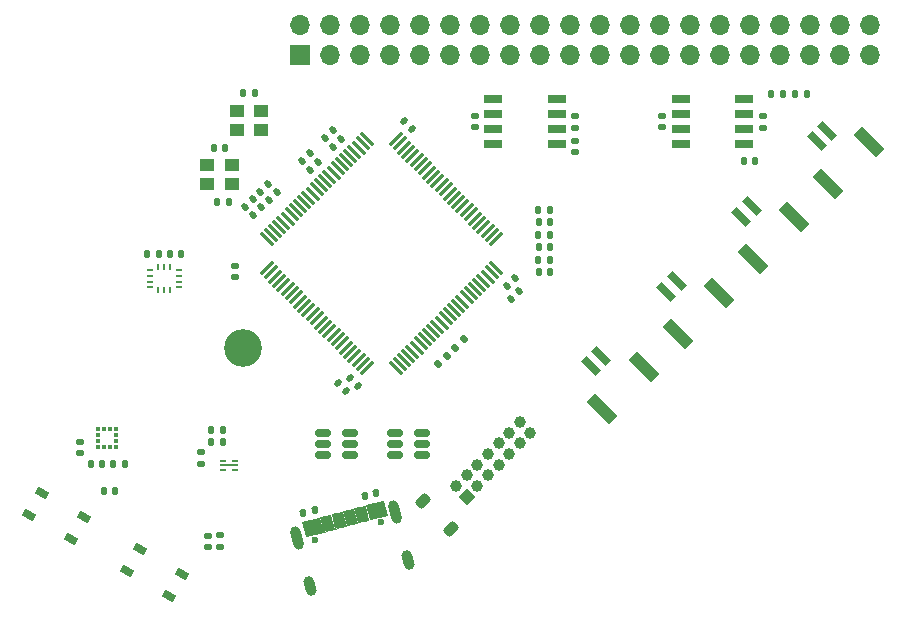
<source format=gbr>
%TF.GenerationSoftware,KiCad,Pcbnew,8.0.0*%
%TF.CreationDate,2024-03-25T03:31:52+00:00*%
%TF.ProjectId,main_PCB_v2,6d61696e-5f50-4434-925f-76322e6b6963,rev?*%
%TF.SameCoordinates,Original*%
%TF.FileFunction,Soldermask,Top*%
%TF.FilePolarity,Negative*%
%FSLAX46Y46*%
G04 Gerber Fmt 4.6, Leading zero omitted, Abs format (unit mm)*
G04 Created by KiCad (PCBNEW 8.0.0) date 2024-03-25 03:31:52*
%MOMM*%
%LPD*%
G01*
G04 APERTURE LIST*
G04 Aperture macros list*
%AMRoundRect*
0 Rectangle with rounded corners*
0 $1 Rounding radius*
0 $2 $3 $4 $5 $6 $7 $8 $9 X,Y pos of 4 corners*
0 Add a 4 corners polygon primitive as box body*
4,1,4,$2,$3,$4,$5,$6,$7,$8,$9,$2,$3,0*
0 Add four circle primitives for the rounded corners*
1,1,$1+$1,$2,$3*
1,1,$1+$1,$4,$5*
1,1,$1+$1,$6,$7*
1,1,$1+$1,$8,$9*
0 Add four rect primitives between the rounded corners*
20,1,$1+$1,$2,$3,$4,$5,0*
20,1,$1+$1,$4,$5,$6,$7,0*
20,1,$1+$1,$6,$7,$8,$9,0*
20,1,$1+$1,$8,$9,$2,$3,0*%
%AMHorizOval*
0 Thick line with rounded ends*
0 $1 width*
0 $2 $3 position (X,Y) of the first rounded end (center of the circle)*
0 $4 $5 position (X,Y) of the second rounded end (center of the circle)*
0 Add line between two ends*
20,1,$1,$2,$3,$4,$5,0*
0 Add two circle primitives to create the rounded ends*
1,1,$1,$2,$3*
1,1,$1,$4,$5*%
%AMRotRect*
0 Rectangle, with rotation*
0 The origin of the aperture is its center*
0 $1 length*
0 $2 width*
0 $3 Rotation angle, in degrees counterclockwise*
0 Add horizontal line*
21,1,$1,$2,0,0,$3*%
G04 Aperture macros list end*
%ADD10C,0.010000*%
%ADD11C,3.200000*%
%ADD12R,1.500000X0.650000*%
%ADD13RoundRect,0.135000X0.135000X0.185000X-0.135000X0.185000X-0.135000X-0.185000X0.135000X-0.185000X0*%
%ADD14RoundRect,0.135000X-0.185000X0.135000X-0.185000X-0.135000X0.185000X-0.135000X0.185000X0.135000X0*%
%ADD15RoundRect,0.147500X0.147500X0.172500X-0.147500X0.172500X-0.147500X-0.172500X0.147500X-0.172500X0*%
%ADD16RoundRect,0.140000X-0.021213X0.219203X-0.219203X0.021213X0.021213X-0.219203X0.219203X-0.021213X0*%
%ADD17RoundRect,0.140000X0.170000X-0.140000X0.170000X0.140000X-0.170000X0.140000X-0.170000X-0.140000X0*%
%ADD18RoundRect,0.135000X0.082518X0.213637X-0.178282X0.143756X-0.082518X-0.213637X0.178282X-0.143756X0*%
%ADD19RoundRect,0.225000X0.424264X0.106066X0.106066X0.424264X-0.424264X-0.106066X-0.106066X-0.424264X0*%
%ADD20RoundRect,0.135000X-0.082518X-0.213637X0.178282X-0.143756X0.082518X0.213637X-0.178282X0.143756X0*%
%ADD21RotRect,0.650000X1.050000X60.000000*%
%ADD22RotRect,0.279400X1.473200X45.000000*%
%ADD23RotRect,0.279400X1.473200X315.000000*%
%ADD24RoundRect,0.140000X-0.219203X-0.021213X-0.021213X-0.219203X0.219203X0.021213X0.021213X0.219203X0*%
%ADD25R,1.300000X1.100000*%
%ADD26RotRect,0.600000X1.700000X45.000000*%
%ADD27RotRect,1.000000X2.700000X45.000000*%
%ADD28RoundRect,0.135000X-0.135000X-0.185000X0.135000X-0.185000X0.135000X0.185000X-0.135000X0.185000X0*%
%ADD29RoundRect,0.135000X0.035355X-0.226274X0.226274X-0.035355X-0.035355X0.226274X-0.226274X0.035355X0*%
%ADD30C,0.600000*%
%ADD31HorizOval,0.900000X-0.142350X0.531259X0.142350X-0.531259X0*%
%ADD32HorizOval,0.900000X-0.103528X0.386370X0.103528X-0.386370X0*%
%ADD33RoundRect,0.140000X0.021213X-0.219203X0.219203X-0.021213X-0.021213X0.219203X-0.219203X0.021213X0*%
%ADD34R,0.482600X0.254000*%
%ADD35R,0.254000X0.482600*%
%ADD36RoundRect,0.140000X-0.140000X-0.170000X0.140000X-0.170000X0.140000X0.170000X-0.140000X0.170000X0*%
%ADD37R,1.700000X1.700000*%
%ADD38O,1.700000X1.700000*%
%ADD39RoundRect,0.150000X0.512500X0.150000X-0.512500X0.150000X-0.512500X-0.150000X0.512500X-0.150000X0*%
%ADD40R,0.375000X0.350000*%
%ADD41R,0.350000X0.375000*%
%ADD42R,0.600000X0.200000*%
%ADD43R,1.600000X0.200000*%
%ADD44RoundRect,0.140000X0.140000X0.170000X-0.140000X0.170000X-0.140000X-0.170000X0.140000X-0.170000X0*%
%ADD45RotRect,1.000000X1.000000X135.000000*%
%ADD46HorizOval,1.000000X0.000000X0.000000X0.000000X0.000000X0*%
%ADD47RoundRect,0.135000X-0.035355X0.226274X-0.226274X0.035355X0.035355X-0.226274X0.226274X-0.035355X0*%
%ADD48RoundRect,0.135000X0.185000X-0.135000X0.185000X0.135000X-0.185000X0.135000X-0.185000X-0.135000X0*%
%ADD49RoundRect,0.140000X-0.170000X0.140000X-0.170000X-0.140000X0.170000X-0.140000X0.170000X0.140000X0*%
%ADD50RoundRect,0.140000X0.219203X0.021213X0.021213X0.219203X-0.219203X-0.021213X-0.021213X-0.219203X0*%
G04 APERTURE END LIST*
D10*
%TO.C,J108*%
X141178189Y-123148361D02*
X140502041Y-123329534D01*
X140181105Y-122131786D01*
X140857253Y-121950613D01*
X141178189Y-123148361D01*
G36*
X141178189Y-123148361D02*
G01*
X140502041Y-123329534D01*
X140181105Y-122131786D01*
X140857253Y-121950613D01*
X141178189Y-123148361D01*
G37*
X141950929Y-122941305D02*
X141274781Y-123122479D01*
X140953845Y-121924731D01*
X141629995Y-121743557D01*
X141950929Y-122941305D01*
G36*
X141950929Y-122941305D02*
G01*
X141274781Y-123122479D01*
X140953845Y-121924731D01*
X141629995Y-121743557D01*
X141950929Y-122941305D01*
G37*
X142433891Y-122811897D02*
X142047522Y-122915423D01*
X141726586Y-121717674D01*
X142112957Y-121614148D01*
X142433891Y-122811897D01*
G36*
X142433891Y-122811897D02*
G01*
X142047522Y-122915423D01*
X141726586Y-121717674D01*
X142112957Y-121614148D01*
X142433891Y-122811897D01*
G37*
X142916855Y-122682486D02*
X142530485Y-122786014D01*
X142209549Y-121588266D01*
X142595918Y-121484738D01*
X142916855Y-122682486D01*
G36*
X142916855Y-122682486D02*
G01*
X142530485Y-122786014D01*
X142209549Y-121588266D01*
X142595918Y-121484738D01*
X142916855Y-122682486D01*
G37*
X143399818Y-122553077D02*
X143013449Y-122656605D01*
X142692512Y-121458857D01*
X143078882Y-121355329D01*
X143399818Y-122553077D01*
G36*
X143399818Y-122553077D02*
G01*
X143013449Y-122656605D01*
X142692512Y-121458857D01*
X143078882Y-121355329D01*
X143399818Y-122553077D01*
G37*
X143882781Y-122423667D02*
X143496411Y-122527195D01*
X143175475Y-121329447D01*
X143561846Y-121225920D01*
X143882781Y-122423667D01*
G36*
X143882781Y-122423667D02*
G01*
X143496411Y-122527195D01*
X143175475Y-121329447D01*
X143561846Y-121225920D01*
X143882781Y-122423667D01*
G37*
X144365744Y-122294258D02*
X143979372Y-122397785D01*
X143658438Y-121200038D01*
X144044809Y-121096509D01*
X144365744Y-122294258D01*
G36*
X144365744Y-122294258D02*
G01*
X143979372Y-122397785D01*
X143658438Y-121200038D01*
X144044809Y-121096509D01*
X144365744Y-122294258D01*
G37*
X144848706Y-122164849D02*
X144462337Y-122268376D01*
X144141401Y-121070628D01*
X144527772Y-120967101D01*
X144848706Y-122164849D01*
G36*
X144848706Y-122164849D02*
G01*
X144462337Y-122268376D01*
X144141401Y-121070628D01*
X144527772Y-120967101D01*
X144848706Y-122164849D01*
G37*
X145331670Y-122035439D02*
X144945300Y-122138966D01*
X144624365Y-120941218D01*
X145010734Y-120837691D01*
X145331670Y-122035439D01*
G36*
X145331670Y-122035439D02*
G01*
X144945300Y-122138966D01*
X144624365Y-120941218D01*
X145010734Y-120837691D01*
X145331670Y-122035439D01*
G37*
X145814633Y-121906029D02*
X145428263Y-122009557D01*
X145107326Y-120811809D01*
X145493697Y-120708282D01*
X145814633Y-121906029D01*
G36*
X145814633Y-121906029D02*
G01*
X145428263Y-122009557D01*
X145107326Y-120811809D01*
X145493697Y-120708282D01*
X145814633Y-121906029D01*
G37*
X146587374Y-121698974D02*
X145911225Y-121880147D01*
X145590289Y-120682400D01*
X146266438Y-120501226D01*
X146587374Y-121698974D01*
G36*
X146587374Y-121698974D02*
G01*
X145911225Y-121880147D01*
X145590289Y-120682400D01*
X146266438Y-120501226D01*
X146587374Y-121698974D01*
G37*
X147360114Y-121491919D02*
X146683966Y-121673092D01*
X146363030Y-120475344D01*
X147039178Y-120294171D01*
X147360114Y-121491919D01*
G36*
X147360114Y-121491919D02*
G01*
X146683966Y-121673092D01*
X146363030Y-120475344D01*
X147039178Y-120294171D01*
X147360114Y-121491919D01*
G37*
%TD*%
D11*
%TO.C,OL101*%
X135156269Y-107354968D03*
%TD*%
D12*
%TO.C,IC102*%
X156400000Y-86300000D03*
X156400000Y-87570000D03*
X156400000Y-88840000D03*
X156400000Y-90110000D03*
X161800000Y-90110000D03*
X161800000Y-88840000D03*
X161800000Y-87570000D03*
X161800000Y-86300000D03*
%TD*%
%TO.C,IC101*%
X172250000Y-86295000D03*
X172250000Y-87565000D03*
X172250000Y-88835000D03*
X172250000Y-90105000D03*
X177650000Y-90105000D03*
X177650000Y-88835000D03*
X177650000Y-87565000D03*
X177650000Y-86295000D03*
%TD*%
D13*
%TO.C,R107*%
X182910001Y-85900000D03*
X181890001Y-85900000D03*
%TD*%
D14*
%TO.C,R101*%
X179200000Y-87690000D03*
X179200000Y-88710000D03*
%TD*%
D15*
%TO.C,D103*%
X161185001Y-100900000D03*
X160215001Y-100900000D03*
%TD*%
D16*
%TO.C,C121*%
X136739411Y-95460589D03*
X136060589Y-96139411D03*
%TD*%
D17*
%TO.C,C102*%
X154800000Y-88680001D03*
X154800000Y-87720001D03*
%TD*%
D13*
%TO.C,FB101*%
X134009999Y-95000001D03*
X132990001Y-95000001D03*
%TD*%
D18*
%TO.C,R114*%
X141292622Y-121068002D03*
X140307378Y-121331998D03*
%TD*%
D16*
%TO.C,C118*%
X136039411Y-94760589D03*
X135360589Y-95439411D03*
%TD*%
D19*
%TO.C,D104*%
X152766726Y-122666727D03*
X150433274Y-120333275D03*
%TD*%
D20*
%TO.C,R115*%
X145507378Y-119931998D03*
X146492622Y-119668002D03*
%TD*%
D21*
%TO.C,S101*%
X118140499Y-119631523D03*
X121734504Y-121706523D03*
X117065498Y-121493477D03*
X120659503Y-123568477D03*
%TD*%
D22*
%TO.C,U101*%
X145682646Y-89697363D03*
X145329091Y-90050918D03*
X144975538Y-90404470D03*
X144621986Y-90758023D03*
X144268431Y-91111577D03*
X143914879Y-91465130D03*
X143561324Y-91818685D03*
X143207771Y-92172237D03*
X142854219Y-92525790D03*
X142500664Y-92879344D03*
X142147112Y-93232897D03*
X141793559Y-93586449D03*
X141440004Y-93940004D03*
X141086452Y-94293557D03*
X140732897Y-94647112D03*
X140379344Y-95000664D03*
X140025791Y-95354217D03*
X139672237Y-95707771D03*
X139318685Y-96061324D03*
X138965130Y-96414879D03*
X138611577Y-96768431D03*
X138258024Y-97121984D03*
X137904470Y-97475538D03*
X137550918Y-97829091D03*
X137197363Y-98182646D03*
D23*
X137197363Y-100617354D03*
X137550918Y-100970909D03*
X137904470Y-101324462D03*
X138258023Y-101678014D03*
X138611577Y-102031569D03*
X138965130Y-102385121D03*
X139318685Y-102738676D03*
X139672237Y-103092229D03*
X140025790Y-103445781D03*
X140379344Y-103799336D03*
X140732897Y-104152888D03*
X141086452Y-104506443D03*
X141440004Y-104859996D03*
X141793557Y-105213548D03*
X142147112Y-105567103D03*
X142500664Y-105920656D03*
X142854219Y-106274210D03*
X143207771Y-106627763D03*
X143561324Y-106981315D03*
X143914879Y-107334870D03*
X144268431Y-107688423D03*
X144621986Y-108041977D03*
X144975538Y-108395530D03*
X145329091Y-108749082D03*
X145682646Y-109102637D03*
D22*
X148117354Y-109102637D03*
X148470909Y-108749082D03*
X148824462Y-108395530D03*
X149178014Y-108041977D03*
X149531569Y-107688423D03*
X149885121Y-107334870D03*
X150238676Y-106981315D03*
X150592229Y-106627763D03*
X150945781Y-106274210D03*
X151299336Y-105920656D03*
X151652888Y-105567103D03*
X152006443Y-105213548D03*
X152359996Y-104859996D03*
X152713548Y-104506443D03*
X153067103Y-104152888D03*
X153420656Y-103799336D03*
X153774210Y-103445781D03*
X154127763Y-103092229D03*
X154481315Y-102738676D03*
X154834870Y-102385121D03*
X155188423Y-102031569D03*
X155541977Y-101678014D03*
X155895530Y-101324462D03*
X156249082Y-100970909D03*
X156602637Y-100617354D03*
D23*
X156602637Y-98182646D03*
X156249082Y-97829091D03*
X155895530Y-97475538D03*
X155541977Y-97121986D03*
X155188423Y-96768431D03*
X154834870Y-96414879D03*
X154481315Y-96061324D03*
X154127763Y-95707771D03*
X153774210Y-95354219D03*
X153420656Y-95000664D03*
X153067103Y-94647112D03*
X152713548Y-94293557D03*
X152359996Y-93940004D03*
X152006443Y-93586452D03*
X151652888Y-93232897D03*
X151299336Y-92879344D03*
X150945781Y-92525790D03*
X150592229Y-92172237D03*
X150238676Y-91818685D03*
X149885121Y-91465130D03*
X149531569Y-91111577D03*
X149178014Y-90758023D03*
X148824462Y-90404470D03*
X148470909Y-90050918D03*
X148117354Y-89697363D03*
%TD*%
D24*
%TO.C,C120*%
X143260589Y-110360589D03*
X143939411Y-111039411D03*
%TD*%
D25*
%TO.C,X101*%
X132150001Y-93525000D03*
X134250001Y-93525000D03*
X134250001Y-91875000D03*
X132150001Y-91875000D03*
%TD*%
D26*
%TO.C,J101*%
X183753446Y-89887330D03*
X184637330Y-89003446D03*
D27*
X188208219Y-89958040D03*
X184708040Y-93458219D03*
%TD*%
D28*
%TO.C,R111*%
X160190001Y-95700001D03*
X161210001Y-95700001D03*
%TD*%
%TO.C,R112*%
X160190001Y-97800000D03*
X161210001Y-97800000D03*
%TD*%
D29*
%TO.C,R104*%
X151739377Y-108760624D03*
X152460625Y-108039376D03*
%TD*%
D28*
%TO.C,R106*%
X132490000Y-115300000D03*
X133510000Y-115300000D03*
%TD*%
D30*
%TO.C,J108*%
X141256020Y-123593380D03*
X146839072Y-122097406D03*
D31*
X139743095Y-123491482D03*
X148098354Y-121252697D03*
D32*
X140822371Y-127519392D03*
X149177629Y-125280608D03*
%TD*%
D33*
%TO.C,C124*%
X137360589Y-94839412D03*
X138039411Y-94160590D03*
%TD*%
D34*
%TO.C,U106*%
X129739282Y-102250002D03*
X129739282Y-101750001D03*
X129739282Y-101250001D03*
X129739282Y-100750000D03*
D35*
X129032781Y-100547501D03*
X128532782Y-100547501D03*
X128032783Y-100547501D03*
D34*
X127326282Y-100750000D03*
X127326282Y-101250001D03*
X127326282Y-101750001D03*
X127326282Y-102250002D03*
D35*
X128032783Y-102452501D03*
X128532782Y-102452501D03*
X129032781Y-102452501D03*
%TD*%
D26*
%TO.C,J103*%
X171025524Y-102615252D03*
X171909408Y-101731368D03*
D27*
X175480297Y-102685962D03*
X171980118Y-106186141D03*
%TD*%
D17*
%TO.C,C104*%
X170700000Y-88680000D03*
X170700000Y-87720000D03*
%TD*%
D33*
%TO.C,C117*%
X142105817Y-89627784D03*
X142784639Y-88948962D03*
%TD*%
%TO.C,C116*%
X142812923Y-90334891D03*
X143491745Y-89656069D03*
%TD*%
D16*
%TO.C,C112*%
X158239411Y-101460589D03*
X157560589Y-102139411D03*
%TD*%
D17*
%TO.C,C136*%
X121400000Y-116280000D03*
X121400000Y-115320000D03*
%TD*%
D36*
%TO.C,C110*%
X132720000Y-90400000D03*
X133680000Y-90400000D03*
%TD*%
D33*
%TO.C,C123*%
X157860589Y-103239411D03*
X158539411Y-102560589D03*
%TD*%
D37*
%TO.C,J112*%
X140000001Y-82540001D03*
D38*
X140000001Y-80000001D03*
X142540001Y-82540001D03*
X142540001Y-80000001D03*
X145080001Y-82540001D03*
X145080001Y-80000001D03*
X147620001Y-82540001D03*
X147620001Y-80000002D03*
X150160000Y-82540001D03*
X150160001Y-80000001D03*
X152700001Y-82540001D03*
X152700001Y-80000001D03*
X155240001Y-82540001D03*
X155240001Y-80000001D03*
X157780001Y-82540001D03*
X157780001Y-80000001D03*
X160320001Y-82540001D03*
X160320001Y-80000001D03*
X162860001Y-82540001D03*
X162860001Y-80000001D03*
X165400001Y-82540001D03*
X165400001Y-80000001D03*
X167940001Y-82540001D03*
X167940001Y-80000001D03*
X170480001Y-82540001D03*
X170480001Y-80000001D03*
X173020001Y-82540001D03*
X173020001Y-80000001D03*
X175560001Y-82540001D03*
X175560001Y-80000001D03*
X178100001Y-82540001D03*
X178100001Y-80000001D03*
X180640001Y-82540001D03*
X180640001Y-80000001D03*
X183180001Y-82540001D03*
X183180001Y-80000001D03*
X185720001Y-82540001D03*
X185720001Y-80000001D03*
X188260001Y-82540001D03*
X188260001Y-80000001D03*
%TD*%
D13*
%TO.C,R108*%
X180910000Y-85900001D03*
X179890000Y-85900001D03*
%TD*%
D33*
%TO.C,C126*%
X136660589Y-94139411D03*
X137339411Y-93460589D03*
%TD*%
D36*
%TO.C,C105*%
X123420000Y-119500000D03*
X124380000Y-119500000D03*
%TD*%
D21*
%TO.C,S102*%
X126440499Y-124431523D03*
X130034504Y-126506523D03*
X125365498Y-126293477D03*
X128959503Y-128368477D03*
%TD*%
D26*
%TO.C,J102*%
X177389485Y-96251291D03*
X178273369Y-95367407D03*
D27*
X181844258Y-96322001D03*
X178344079Y-99822180D03*
%TD*%
D28*
%TO.C,R113*%
X160190001Y-99900000D03*
X161210001Y-99900000D03*
%TD*%
D39*
%TO.C,U105*%
X150337501Y-116450000D03*
X150337501Y-115500000D03*
X150337501Y-114550000D03*
X148062501Y-114550000D03*
X148062501Y-115500000D03*
X148062501Y-116450000D03*
%TD*%
D40*
%TO.C,U107*%
X122937500Y-114250000D03*
X122937500Y-114750000D03*
X122937500Y-115250000D03*
X122937500Y-115750000D03*
D41*
X123450000Y-115762500D03*
X123950000Y-115762500D03*
D40*
X124462500Y-115750000D03*
X124462500Y-115250000D03*
X124462500Y-114750000D03*
X124462500Y-114250000D03*
D41*
X123950000Y-114237500D03*
X123450000Y-114237500D03*
%TD*%
D15*
%TO.C,D101*%
X161185001Y-96700000D03*
X160215001Y-96700000D03*
%TD*%
D17*
%TO.C,C114*%
X134500000Y-101380000D03*
X134500000Y-100420000D03*
%TD*%
D25*
%TO.C,X102*%
X134650000Y-88925000D03*
X136750000Y-88925000D03*
X136750000Y-87275000D03*
X134650000Y-87275000D03*
%TD*%
D42*
%TO.C,U102*%
X134500001Y-117700000D03*
D43*
X134000001Y-117300000D03*
D42*
X134500001Y-116900000D03*
X133500001Y-116900000D03*
X133500001Y-117700000D03*
%TD*%
D44*
%TO.C,C134*%
X129961981Y-99400000D03*
X129001981Y-99400000D03*
%TD*%
D26*
%TO.C,J104*%
X164653446Y-108937330D03*
X165537330Y-108053446D03*
D27*
X169108219Y-109008040D03*
X165608040Y-112508219D03*
%TD*%
D33*
%TO.C,C113*%
X140868380Y-92279435D03*
X141547202Y-91600613D03*
%TD*%
D45*
%TO.C,J110*%
X154137258Y-119946625D03*
D46*
X153239232Y-119048599D03*
X155035284Y-119048599D03*
X154137258Y-118150574D03*
X155933309Y-118150574D03*
X155035284Y-117252548D03*
X156831335Y-117252548D03*
X155933309Y-116354523D03*
X157729360Y-116354523D03*
X156831335Y-115456497D03*
X158627386Y-115456497D03*
X157729360Y-114558471D03*
X159525412Y-114558471D03*
X158627386Y-113660446D03*
%TD*%
D17*
%TO.C,C103*%
X163300001Y-90780001D03*
X163300001Y-89820001D03*
%TD*%
D36*
%TO.C,C109*%
X135220001Y-85800000D03*
X136180001Y-85800000D03*
%TD*%
D47*
%TO.C,R109*%
X153860624Y-106647947D03*
X153139376Y-107369195D03*
%TD*%
D24*
%TO.C,C111*%
X148860590Y-88160590D03*
X149539412Y-88839412D03*
%TD*%
D28*
%TO.C,R103*%
X132490000Y-114300000D03*
X133510000Y-114300000D03*
%TD*%
D33*
%TO.C,C119*%
X140160590Y-91539411D03*
X140839412Y-90860589D03*
%TD*%
D39*
%TO.C,U103*%
X144237500Y-116450000D03*
X144237500Y-115500000D03*
X144237500Y-114550000D03*
X141962500Y-114550000D03*
X141962500Y-115500000D03*
X141962500Y-116450000D03*
%TD*%
D14*
%TO.C,R102*%
X163300000Y-87690000D03*
X163300000Y-88710000D03*
%TD*%
D44*
%TO.C,C137*%
X123280000Y-117200000D03*
X122320000Y-117200000D03*
%TD*%
D36*
%TO.C,C101*%
X177620000Y-91500001D03*
X178580000Y-91500001D03*
%TD*%
D48*
%TO.C,R105*%
X133230000Y-124260000D03*
X133230000Y-123240000D03*
%TD*%
D17*
%TO.C,C106*%
X132200000Y-124260000D03*
X132200000Y-123300000D03*
%TD*%
D36*
%TO.C,C138*%
X124220000Y-117200000D03*
X125180000Y-117200000D03*
%TD*%
D49*
%TO.C,C115*%
X131600000Y-116220001D03*
X131600000Y-117180001D03*
%TD*%
D15*
%TO.C,D102*%
X161185001Y-98800000D03*
X160215001Y-98800000D03*
%TD*%
D36*
%TO.C,C133*%
X127101981Y-99400000D03*
X128061981Y-99400000D03*
%TD*%
D50*
%TO.C,C122*%
X144941315Y-110593500D03*
X144262493Y-109914678D03*
%TD*%
M02*

</source>
